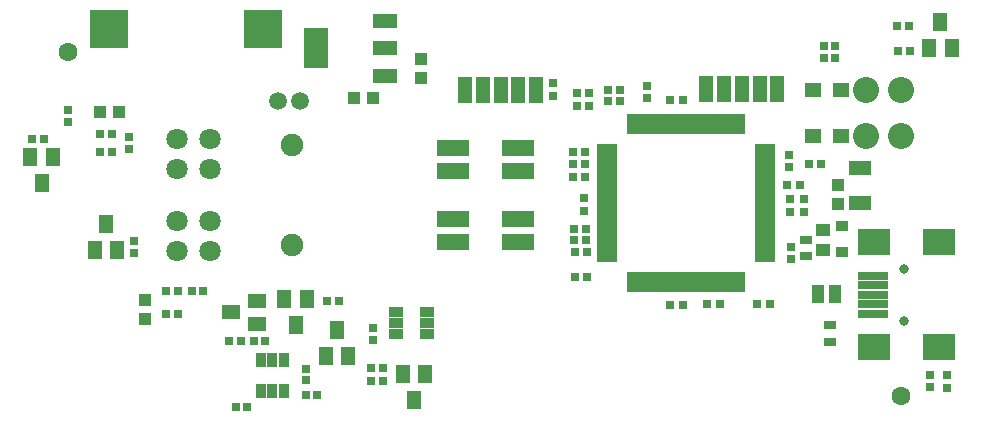
<source format=gbs>
G04*
G04 #@! TF.GenerationSoftware,Altium Limited,Altium Designer,18.0.9 (584)*
G04*
G04 Layer_Color=16711935*
%FSLAX44Y44*%
%MOMM*%
G71*
G01*
G75*
%ADD52R,1.2222X2.2032*%
%ADD54R,1.1032X1.1032*%
%ADD55R,0.8032X0.8032*%
%ADD56R,0.8032X0.8032*%
%ADD57R,1.1032X1.1032*%
%ADD70R,1.6032X1.2032*%
%ADD71R,0.7032X0.8032*%
%ADD73R,0.8032X0.7032*%
%ADD77R,0.9032X1.2032*%
%ADD78R,1.2032X0.9032*%
%ADD82C,1.6000*%
%ADD83R,1.2032X1.6032*%
%ADD86C,0.9032*%
%ADD87C,1.8034*%
%ADD88C,2.2032*%
%ADD89C,1.9024*%
%ADD90C,1.5028*%
%ADD91C,0.8032*%
%ADD118R,1.0332X0.8332*%
%ADD119R,1.9032X1.2032*%
%ADD120R,1.0032X0.8032*%
%ADD121R,1.2032X1.1032*%
%ADD122R,1.7032X0.5032*%
%ADD123R,0.5032X1.7032*%
%ADD124R,3.2032X3.2032*%
%ADD125R,2.7032X2.2032*%
%ADD126R,2.5032X0.7032*%
%ADD127R,1.0532X0.5032*%
%ADD128R,2.1032X3.4532*%
%ADD129R,2.1032X1.1532*%
%ADD130R,1.4532X1.3032*%
%ADD131R,2.7032X1.4032*%
D52*
X480559Y278892D02*
D03*
X465559D02*
D03*
X450559D02*
D03*
X435559D02*
D03*
X420559D02*
D03*
X624761Y279500D02*
D03*
X639761D02*
D03*
X654761D02*
D03*
X669761D02*
D03*
X684761D02*
D03*
D54*
X127508Y260350D02*
D03*
X111508D02*
D03*
X342138Y271780D02*
D03*
X326138D02*
D03*
D55*
X605028Y97028D02*
D03*
X594028D02*
D03*
X625219Y97308D02*
D03*
X636218D02*
D03*
X594250Y270500D02*
D03*
X605250D02*
D03*
X678434Y97282D02*
D03*
X667434D02*
D03*
X704000Y198500D02*
D03*
X693000D02*
D03*
D56*
X521050Y187300D02*
D03*
Y176300D02*
D03*
X707250Y186750D02*
D03*
Y175750D02*
D03*
X695750Y186750D02*
D03*
Y175750D02*
D03*
X828185Y26250D02*
D03*
Y37250D02*
D03*
X495046Y284812D02*
D03*
Y273812D02*
D03*
D57*
X149098Y85090D02*
D03*
Y101090D02*
D03*
X735750Y182500D02*
D03*
Y198500D02*
D03*
X382980Y305078D02*
D03*
Y289078D02*
D03*
D70*
X244550Y81050D02*
D03*
Y100050D02*
D03*
X222550Y90550D02*
D03*
D71*
X177000Y108500D02*
D03*
X167000D02*
D03*
X64050Y237770D02*
D03*
X54050D02*
D03*
X796300Y333050D02*
D03*
X786300D02*
D03*
X787050Y312300D02*
D03*
X797050D02*
D03*
X511758Y226594D02*
D03*
X521758D02*
D03*
X511664Y215926D02*
D03*
X521664D02*
D03*
X511758Y205512D02*
D03*
X521758D02*
D03*
X513198Y142022D02*
D03*
X523198D02*
D03*
X512948Y151772D02*
D03*
X522948D02*
D03*
X512948Y161022D02*
D03*
X522948D02*
D03*
X121050Y241300D02*
D03*
X111050D02*
D03*
X121050Y226550D02*
D03*
X111050D02*
D03*
X515500Y265250D02*
D03*
X525500D02*
D03*
X515500Y276250D02*
D03*
X525500D02*
D03*
X523588Y120650D02*
D03*
X513588D02*
D03*
X198750Y108500D02*
D03*
X188750D02*
D03*
X177000Y89250D02*
D03*
X167000D02*
D03*
X285300Y20800D02*
D03*
X295300D02*
D03*
X226050Y10300D02*
D03*
X236050D02*
D03*
X303550Y100550D02*
D03*
X313550D02*
D03*
X241300Y66300D02*
D03*
X251300D02*
D03*
X230550D02*
D03*
X220550D02*
D03*
X350455Y43180D02*
D03*
X340455D02*
D03*
X350455Y32512D02*
D03*
X340455D02*
D03*
X721708Y215900D02*
D03*
X711708D02*
D03*
D73*
X84300Y251800D02*
D03*
Y261800D02*
D03*
X723935Y305750D02*
D03*
Y315750D02*
D03*
X551890Y279172D02*
D03*
Y269172D02*
D03*
X541476Y279172D02*
D03*
Y269172D02*
D03*
X136050Y239050D02*
D03*
Y229050D02*
D03*
X574750Y272000D02*
D03*
Y282000D02*
D03*
X696500Y135750D02*
D03*
Y145750D02*
D03*
X694500Y224000D02*
D03*
Y214000D02*
D03*
X733935Y315750D02*
D03*
Y305750D02*
D03*
X139902Y150742D02*
D03*
Y140742D02*
D03*
X813764Y27204D02*
D03*
Y37204D02*
D03*
X342000Y67500D02*
D03*
Y77500D02*
D03*
X285300Y43050D02*
D03*
Y33050D02*
D03*
D77*
X266800Y50050D02*
D03*
X247800D02*
D03*
X257300D02*
D03*
X247800Y24050D02*
D03*
X257300D02*
D03*
X266800D02*
D03*
D78*
X362152Y72314D02*
D03*
Y81814D02*
D03*
Y91314D02*
D03*
X388152Y81814D02*
D03*
Y91314D02*
D03*
Y72314D02*
D03*
D82*
X789198Y19522D02*
D03*
X84022Y311430D02*
D03*
D83*
X71424Y221924D02*
D03*
X52424D02*
D03*
X61924Y199924D02*
D03*
X813300Y314550D02*
D03*
X832300D02*
D03*
X822800Y336550D02*
D03*
X107050Y143300D02*
D03*
X126050D02*
D03*
X116550Y165300D02*
D03*
X386550Y38050D02*
D03*
X367550D02*
D03*
X377050Y16050D02*
D03*
X302550Y53550D02*
D03*
X321550D02*
D03*
X312050Y75550D02*
D03*
X286308Y102058D02*
D03*
X267308D02*
D03*
X276808Y80058D02*
D03*
D86*
X480559Y278892D02*
D03*
X465559D02*
D03*
X450559D02*
D03*
X435559D02*
D03*
X420559D02*
D03*
X624761Y279500D02*
D03*
X639761D02*
D03*
X654761D02*
D03*
X669761D02*
D03*
X684761D02*
D03*
D87*
X176238Y142312D02*
D03*
X204238D02*
D03*
X176238Y167712D02*
D03*
X204238D02*
D03*
Y237712D02*
D03*
X176238D02*
D03*
X204238Y212312D02*
D03*
X176238D02*
D03*
D88*
X789700Y278500D02*
D03*
X760000D02*
D03*
X789700Y239500D02*
D03*
X760000D02*
D03*
D89*
X274040Y232010D02*
D03*
Y148010D02*
D03*
D90*
X280697Y269272D02*
D03*
X261698D02*
D03*
D91*
X791948Y127572D02*
D03*
Y83572D02*
D03*
D118*
X739750Y141750D02*
D03*
Y164050D02*
D03*
D119*
X755142Y182866D02*
D03*
Y212866D02*
D03*
D120*
X709000Y152000D02*
D03*
Y138000D02*
D03*
X728980Y79532D02*
D03*
Y65532D02*
D03*
D121*
X723750Y160750D02*
D03*
Y143750D02*
D03*
D122*
X674460Y230808D02*
D03*
Y225808D02*
D03*
Y215808D02*
D03*
Y220808D02*
D03*
Y200808D02*
D03*
Y195808D02*
D03*
Y205808D02*
D03*
Y210808D02*
D03*
Y170808D02*
D03*
Y165808D02*
D03*
Y155808D02*
D03*
Y160808D02*
D03*
Y180808D02*
D03*
Y175808D02*
D03*
Y185808D02*
D03*
Y190808D02*
D03*
Y140808D02*
D03*
Y135808D02*
D03*
Y145808D02*
D03*
Y150808D02*
D03*
X540460D02*
D03*
Y145808D02*
D03*
Y135808D02*
D03*
Y140808D02*
D03*
Y190808D02*
D03*
Y185808D02*
D03*
Y175808D02*
D03*
Y180808D02*
D03*
Y160808D02*
D03*
Y155808D02*
D03*
Y165808D02*
D03*
Y170808D02*
D03*
Y210808D02*
D03*
Y205808D02*
D03*
Y195808D02*
D03*
Y200808D02*
D03*
Y220808D02*
D03*
Y215808D02*
D03*
Y225808D02*
D03*
Y230808D02*
D03*
D123*
X574961Y250308D02*
D03*
X569961D02*
D03*
X559961D02*
D03*
X564961D02*
D03*
X614961D02*
D03*
X609961D02*
D03*
X599961D02*
D03*
X604961D02*
D03*
X584961D02*
D03*
X579961D02*
D03*
X589961D02*
D03*
X594961D02*
D03*
X634961D02*
D03*
X629961D02*
D03*
X619961D02*
D03*
X624961D02*
D03*
X644960D02*
D03*
X639961D02*
D03*
X649960D02*
D03*
X654960D02*
D03*
X574961Y116308D02*
D03*
X569961D02*
D03*
X559961D02*
D03*
X564961D02*
D03*
X614961D02*
D03*
X609961D02*
D03*
X599961D02*
D03*
X604961D02*
D03*
X584961D02*
D03*
X579961D02*
D03*
X589961D02*
D03*
X594961D02*
D03*
X634961D02*
D03*
X629961D02*
D03*
X619961D02*
D03*
X624961D02*
D03*
X644960D02*
D03*
X639961D02*
D03*
X649960D02*
D03*
X654960D02*
D03*
D124*
X249050Y330550D02*
D03*
X119050Y330550D02*
D03*
D125*
X821448Y61072D02*
D03*
X766449D02*
D03*
X821448Y150072D02*
D03*
X766449D02*
D03*
D126*
X765449Y105572D02*
D03*
Y97572D02*
D03*
Y89572D02*
D03*
Y113572D02*
D03*
Y121572D02*
D03*
D127*
X733320Y101092D02*
D03*
Y106092D02*
D03*
Y111092D02*
D03*
X718820D02*
D03*
Y106092D02*
D03*
Y101092D02*
D03*
D128*
X294300Y314050D02*
D03*
D129*
X352300Y291050D02*
D03*
Y314050D02*
D03*
Y337050D02*
D03*
D130*
X715050Y278550D02*
D03*
X738550D02*
D03*
X715050Y239550D02*
D03*
X738550D02*
D03*
D131*
X465548Y230052D02*
D03*
Y210052D02*
D03*
Y150052D02*
D03*
Y170052D02*
D03*
X410548D02*
D03*
Y150052D02*
D03*
Y210052D02*
D03*
Y230052D02*
D03*
M02*

</source>
